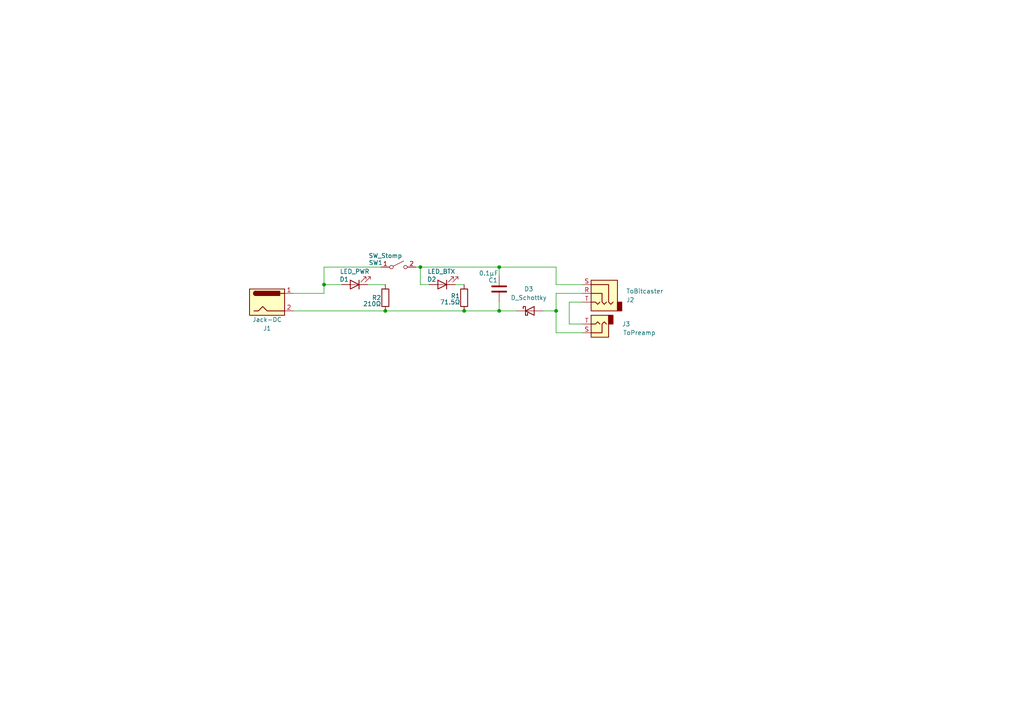
<source format=kicad_sch>
(kicad_sch (version 20231120) (generator "eeschema") (generator_version "8.0")
  (paper "A4")
  (lib_symbols
    (symbol "Connector:Jack-DC" (pin_names (offset 1.016))
      (property "Reference" "J" (at 0 5.334 0))
      (property "Value" "Jack-DC" (at 0 -5.08 0))
      (symbol "Jack-DC_0_1"
        (rectangle (start -5.08 3.81) (end 5.08 -3.81) (stroke (width 0.254)) (fill (type background)))
        (arc (start -3.302 3.175) (mid -3.9343 2.54) (end -3.302 1.905) (stroke (width 0.254)))
        (arc (start -3.302 3.175) (mid -3.9343 2.54) (end -3.302 1.905) (stroke (width 0.254)) (fill (type outline)))
        (polyline (pts (xy 5.08 2.54) (xy 3.81 2.54)) (stroke (width 0.254)))
        (polyline (pts (xy -3.81 -2.54) (xy -2.54 -2.54) (xy -1.27 -1.27) (xy 0 -2.54) (xy 2.54 -2.54) (xy 5.08 -2.54)) (stroke (width 0.254)))
        (rectangle (start 3.683 3.175) (end -3.302 1.905) (stroke (width 0.254)) (fill (type outline)))
      )
      (symbol "Jack-DC_1_1"
        (pin passive line (at 7.62 2.54 180) (length 2.54) (name "~") (number "1"))
        (pin passive line (at 7.62 -2.54 180) (length 2.54) (name "~") (number "2"))
      )
    )
    (symbol "Connector_Audio:AudioJack2"
      (property "Reference" "J" (at 0 8.89 0))
      (property "Value" "AudioJack2" (at 0 6.35 0))
      (symbol "AudioJack2_0_1"
        (rectangle (start -3.81 0) (end -2.54 -2.54) (stroke (width 0.254)) (fill (type outline)))
        (rectangle (start -2.54 3.81) (end 2.54 -2.54) (stroke (width 0.254)) (fill (type background)))
        (polyline (pts (xy 0 0) (xy 0.635 -0.635) (xy 1.27 0) (xy 2.54 0)) (stroke (width 0.254)))
        (polyline (pts (xy 2.54 2.54) (xy -0.635 2.54) (xy -0.635 0) (xy -1.27 -0.635) (xy -1.905 0)) (stroke (width 0.254)))
      )
      (symbol "AudioJack2_1_1"
        (pin passive line (at 5.08 2.54 180) (length 2.54) (name "~") (number "S"))
        (pin passive line (at 5.08 0 180) (length 2.54) (name "~") (number "T"))
      )
    )
    (symbol "Connector_Audio:AudioJack3"
      (property "Reference" "J" (at 0 8.89 0))
      (property "Value" "AudioJack3" (at 0 6.35 0))
      (symbol "AudioJack3_0_1"
        (rectangle (start -5.08 -5.08) (end -6.35 -2.54) (stroke (width 0.254)) (fill (type outline)))
        (polyline (pts (xy 0 -2.54) (xy 0.635 -3.175) (xy 1.27 -2.54) (xy 2.54 -2.54)) (stroke (width 0.254)))
        (polyline (pts (xy -1.905 -2.54) (xy -1.27 -3.175) (xy -0.635 -2.54) (xy -0.635 0) (xy 2.54 0)) (stroke (width 0.254)))
        (polyline (pts (xy 2.54 2.54) (xy -2.54 2.54) (xy -2.54 -2.54) (xy -3.175 -3.175) (xy -3.81 -2.54)) (stroke (width 0.254)))
        (rectangle (start 2.54 3.81) (end -5.08 -5.08) (stroke (width 0.254)) (fill (type background)))
      )
      (symbol "AudioJack3_1_1"
        (pin passive line (at 5.08 0 180) (length 2.54) (name "~") (number "R"))
        (pin passive line (at 5.08 2.54 180) (length 2.54) (name "~") (number "S"))
        (pin passive line (at 5.08 -2.54 180) (length 2.54) (name "~") (number "T"))
      )
    )
    (symbol "Device:C" (pin_numbers hide) (pin_names (offset 0.254))
      (property "Reference" "C" (at 0.635 2.54 0))
      (property "Value" "C" (at 0.635 -2.54 0))
      (symbol "C_0_1"
        (polyline (pts (xy -2.032 -0.762) (xy 2.032 -0.762)) (stroke (width 0.508)))
        (polyline (pts (xy -2.032 0.762) (xy 2.032 0.762)) (stroke (width 0.508)))
      )
      (symbol "C_1_1"
        (pin passive line (at 0 3.81 270) (length 2.794) (name "~") (number "1"))
        (pin passive line (at 0 -3.81 90) (length 2.794) (name "~") (number "2"))
      )
    )
    (symbol "Device:D_Schottky" (pin_numbers hide) (pin_names (offset 1.016) hide)
      (property "Reference" "D" (at 0 2.54 0))
      (property "Value" "D_Schottky" (at 0 -2.54 0))
      (symbol "D_Schottky_0_1"
        (polyline (pts (xy 1.27 0) (xy -1.27 0)))
        (polyline (pts (xy 1.27 1.27) (xy 1.27 -1.27) (xy -1.27 0) (xy 1.27 1.27)) (stroke (width 0.254)))
        (polyline (pts (xy -1.905 0.635) (xy -1.905 1.27) (xy -1.27 1.27) (xy -1.27 -1.27) (xy -0.635 -1.27) (xy -0.635 -0.635)) (stroke (width 0.254)))
      )
      (symbol "D_Schottky_1_1"
        (pin passive line (at -3.81 0 0) (length 2.54) (name "K") (number "1"))
        (pin passive line (at 3.81 0 180) (length 2.54) (name "A") (number "2"))
      )
    )
    (symbol "Device:LED" (pin_numbers hide) (pin_names (offset 1.016) hide)
      (property "Reference" "D" (at 0 2.54 0))
      (property "Value" "LED" (at 0 -2.54 0))
      (symbol "LED_0_1"
        (polyline (pts (xy -1.27 -1.27) (xy -1.27 1.27)) (stroke (width 0.254)))
        (polyline (pts (xy -1.27 0) (xy 1.27 0)))
        (polyline (pts (xy 1.27 -1.27) (xy 1.27 1.27) (xy -1.27 0) (xy 1.27 -1.27)) (stroke (width 0.254)))
        (polyline (pts (xy -3.048 -0.762) (xy -4.572 -2.286) (xy -3.81 -2.286) (xy -4.572 -2.286) (xy -4.572 -1.524)))
        (polyline (pts (xy -1.778 -0.762) (xy -3.302 -2.286) (xy -2.54 -2.286) (xy -3.302 -2.286) (xy -3.302 -1.524)))
      )
      (symbol "LED_1_1"
        (pin passive line (at -3.81 0 0) (length 2.54) (name "K") (number "1"))
        (pin passive line (at 3.81 0 180) (length 2.54) (name "A") (number "2"))
      )
    )
    (symbol "Device:R" (pin_numbers hide) (pin_names (offset 0))
      (property "Reference" "R" (at 2.032 0 90))
      (property "Value" "R" (at 0 0 90))
      (symbol "R_0_1"
        (rectangle (start -1.016 -2.54) (end 1.016 2.54) (stroke (width 0.254)))
      )
      (symbol "R_1_1"
        (pin passive line (at 0 3.81 270) (length 1.27) (name "~") (number "1"))
        (pin passive line (at 0 -3.81 90) (length 1.27) (name "~") (number "2"))
      )
    )
    (symbol "Switch:SW_SPST" (pin_names (offset 0) hide)
      (property "Reference" "SW" (at 0 3.175 0))
      (property "Value" "SW_SPST" (at 0 -2.54 0))
      (symbol "SW_SPST_0_0"
        (circle (center -2.032 0) (radius 0.508))
        (polyline (pts (xy -1.524 0.254) (xy 1.524 1.778)))
        (circle (center 2.032 0) (radius 0.508))
      )
      (symbol "SW_SPST_1_1"
        (pin passive line (at -5.08 0 0) (length 2.54) (name "A") (number "1"))
        (pin passive line (at 5.08 0 180) (length 2.54) (name "B") (number "2"))
      )
    )
  )
  (junction (at 161.29 90.17))
  (junction (at 144.78 90.17))
  (junction (at 121.92 77.47))
  (junction (at 134.62 90.17))
  (junction (at 111.76 90.17))
  (junction (at 144.78 77.47))
  (junction (at 93.98 82.55))
  (wire (pts (xy 144.78 77.47) (xy 144.78 80.01)))
  (wire (pts (xy 120.65 77.47) (xy 121.92 77.47)))
  (wire (pts (xy 93.98 82.55) (xy 93.98 77.47)))
  (wire (pts (xy 161.29 96.52) (xy 168.91 96.52)))
  (wire (pts (xy 111.76 90.17) (xy 134.62 90.17)))
  (wire (pts (xy 168.91 85.09) (xy 161.29 85.09)))
  (wire (pts (xy 144.78 77.47) (xy 161.29 77.47)))
  (wire (pts (xy 134.62 90.17) (xy 144.78 90.17)))
  (wire (pts (xy 93.98 77.47) (xy 110.49 77.47)))
  (wire (pts (xy 93.98 82.55) (xy 99.06 82.55)))
  (wire (pts (xy 85.09 85.09) (xy 93.98 85.09)))
  (wire (pts (xy 157.48 90.17) (xy 161.29 90.17)))
  (wire (pts (xy 93.98 85.09) (xy 93.98 82.55)))
  (wire (pts (xy 161.29 77.47) (xy 161.29 82.55)))
  (wire (pts (xy 144.78 87.63) (xy 144.78 90.17)))
  (wire (pts (xy 165.1 87.63) (xy 165.1 93.98)))
  (wire (pts (xy 165.1 93.98) (xy 168.91 93.98)))
  (wire (pts (xy 106.68 82.55) (xy 111.76 82.55)))
  (wire (pts (xy 165.1 87.63) (xy 168.91 87.63)))
  (wire (pts (xy 161.29 82.55) (xy 168.91 82.55)))
  (wire (pts (xy 161.29 85.09) (xy 161.29 90.17)))
  (wire (pts (xy 121.92 77.47) (xy 121.92 82.55)))
  (wire (pts (xy 144.78 90.17) (xy 149.86 90.17)))
  (wire (pts (xy 121.92 82.55) (xy 124.46 82.55)))
  (wire (pts (xy 132.08 82.55) (xy 134.62 82.55)))
  (wire (pts (xy 85.09 90.17) (xy 111.76 90.17)))
  (wire (pts (xy 161.29 90.17) (xy 161.29 96.52)))
  (wire (pts (xy 121.92 77.47) (xy 144.78 77.47)))
  (symbol (lib_id "Device:D_Schottky") (at 153.67 90.17 0) (unit 1)
    (property "Reference" "D3" (at 153.3525 83.82 0))
    (property "Value" "D_Schottky" (at 153.3525 86.36 0))
    (property "Description" "Schottky diode" (effects (hide yes)))
  )
  (symbol (lib_id "Device:R") (at 134.62 86.36 180) (unit 1)
    (property "Reference" "R1" (at 132.08 85.852 0))
    (property "Value" "71.5Ω" (at 130.556 87.63 0))
    (property "Footprint" "Resistor_THT:R_Axial_Power_L20.0mm_W6.4mm_P5.08mm_Vertical" (effects (hide yes)))
  )
  (symbol (lib_id "Switch:SW_SPST") (at 115.57 77.47 0) (unit 1)
    (property "Reference" "SW1" (at 108.966 76.2 0))
    (property "Value" "SW_Stomp" (at 111.76 74.168 0))
    (property "Footprint" "Button_Switch_THT:SW_Push_1P1T_NO_LED_E-Switch_TL1250" (effects (hide yes)))
  )
  (symbol (lib_id "Device:LED") (at 128.27 82.55 180) (unit 1)
    (property "Reference" "D2" (at 125.222 81.026 0))
    (property "Value" "LED_BTX" (at 128.016 78.74 0))
    (property "Footprint" "LED_THT:LED_D3.0mm_Clear" (effects (hide yes)))
  )
  (symbol (lib_id "Connector_Audio:AudioJack3") (at 173.99 85.09 0) (mirror y) (unit 1)
    (property "Reference" "J2" (at 181.61 86.995 0) (effects (justify right)))
    (property "Value" "ToBitcaster" (at 181.61 84.455 0) (effects (justify right)))
    (property "Footprint" "Connector_Audio:Jack_6.35mm_Neutrik_NRJ6HM-1-PRE_Horizontal" (effects (hide yes)))
  )
  (symbol (lib_id "Connector_Audio:AudioJack2") (at 173.99 93.98 180) (unit 1)
    (property "Reference" "J3" (at 181.61 93.98 0))
    (property "Value" "ToPreamp" (at 185.42 96.52 0))
    (property "Footprint" "Connector_Audio:Jack_6.35mm_Neutrik_NRJ6HM-1-PRE_Horizontal" (effects (hide yes)))
  )
  (symbol (lib_id "Connector:Jack-DC") (at 77.47 87.63 0) (unit 1)
    (property "Reference" "J1" (at 77.47 95.25 0))
    (property "Value" "Jack-DC" (at 77.47 92.71 0))
    (property "Footprint" "Connector_BarrelJack:BarrelJack_Horizontal" (effects (hide yes)))
  )
  (symbol (lib_id "Device:LED") (at 102.87 82.55 180) (unit 1)
    (property "Reference" "D1" (at 99.822 81.026 0))
    (property "Value" "LED_PWR" (at 102.87 78.74 0))
    (property "Footprint" "LED_THT:LED_D3.0mm_Clear" (effects (hide yes)))
  )
  (symbol (lib_id "Device:R") (at 111.76 86.36 180) (unit 1)
    (property "Reference" "R2" (at 109.22 86.36 0))
    (property "Value" "210Ω" (at 107.95 88.138 0))
    (property "Footprint" "Resistor_THT:R_Axial_Power_L20.0mm_W6.4mm_P5.08mm_Vertical" (effects (hide yes)))
  )
  (symbol (lib_id "Device:C") (at 144.78 83.82 0) (unit 1)
    (property "Reference" "C1" (at 143.002 81.28 0))
    (property "Value" "0.1µF" (at 141.732 79.248 0))
    (property "Footprint" "Capacitor_THT:C_Disc_D16.0mm_W5.0mm_P10.00mm" (effects (hide yes)))
  )
)
</source>
